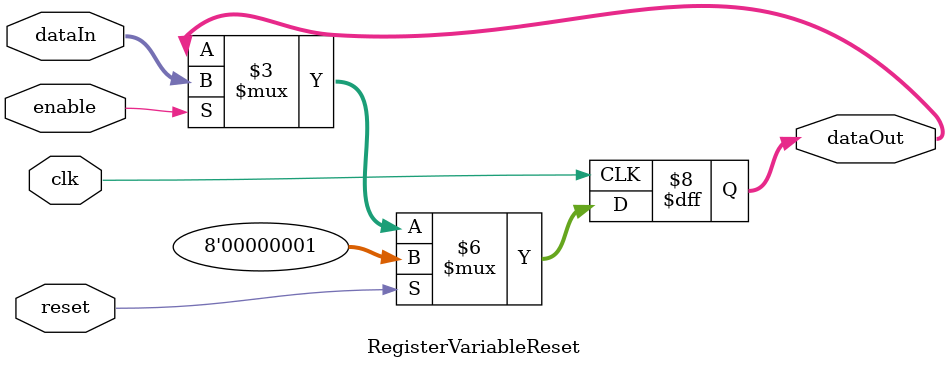
<source format=v>
module RegisterVariableReset (clk, reset, enable, dataIn, dataOut);

	parameter size = 8;
	parameter [size - 1: 0] reset_val = 1;

	input clk, reset, enable;
	input [size - 1 : 0] dataIn;
	output reg [size - 1 : 0] dataOut;

	always @ (posedge clk) begin
		if(reset) dataOut <= reset_val;
		else begin
			if (enable) dataOut <= dataIn;
			else dataOut <= dataOut;
		end
	end
endmodule

</source>
